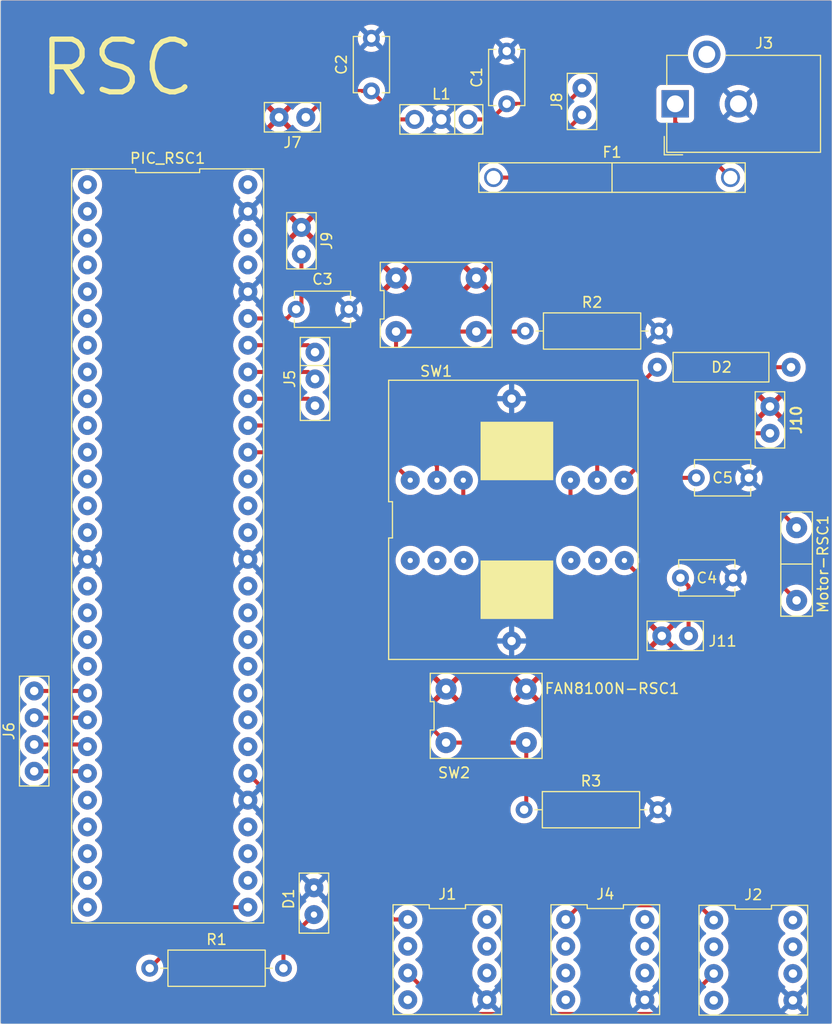
<source format=kicad_pcb>
(kicad_pcb (version 20241229) (generator "pcbnew") (generator_version "9.0")
  (layers (0 "F.Cu" signal) (2 "B.Cu" signal) (13 "F.Paste" user) (15 "B.Paste" user) (5 "F.SilkS" user "F.Silkscreen") (7 "B.SilkS" user "B.Silkscreen") (1 "F.Mask" user) (3 "B.Mask" user) (25 "Edge.Cuts" user))
  (net 0 "")
  (net 1 "+5V")
  (net 2 "GNDREF")
  (net 3 "+9V")
  (net 4 "Net-(D1-A)")
  (net 5 "Net-(D2-K)")
  (net 6 "/REV")
  (net 11 "/HIGH{slash}LOW")
  (net 12 "/STATUS")
  (net 18 "/open analog pin (RA7)")
  (net 19 "/open analog pin (RA5)")
  (net 20 "/open analog pin (RA6)")
  (net 21 "/open digital pin (RD2)")
  (net 22 "/open digital pin (RD3)")
  (net 23 "/open digital pin (RD0)")
  (net 24 "/open digital pin (RD1)")
  (net 25 "/Low Light Signal")
  (net 53 "/FWD")
  (net 59 "Net-(PIC_RSC1-RC0)")
  (net 68 "Net-(F1-Pad1)")
  (net 69 "Net-(FAN8100N-RSC1-OUT2A)")
  (net 70 "Net-(FAN8100N-RSC1-OUT1A)")
  (net 83 "Net-(J7-Pin_2)")
  (net 84 "Net-(J9-Pin_1)")
  (net 85 "Net-(FAN8100N-RSC1-VCC)")
  (net 86 "Net-(D2-A)")
  (net 87 "Net-(J8-Pin_2)")
  (footprint "footprint-library-RSC:Microchip-PIC18F57Q43-RSC" (layer "F.Cu") (at 83.7946 86.4616 -90)
    (property "Reference" "PIC_RSC1" (at -36.79 0 0) (layer "F.SilkS"))
    (property "Value" "~")
    (fp_line (start 35.79 9.12) (end 35.79 -9.119999) (stroke (width 0.12)) (layer "F.SilkS"))
    (fp_line (start -35.79 9.119999) (end 35.79 9.12) (stroke (width 0.12)) (layer "F.SilkS"))
    (fp_line (start -35.79 3.039999) (end -35.79 9.119999) (stroke (width 0.12)) (layer "F.SilkS"))
    (fp_line (start -35.43 3.039999) (end -35.79 3.039999) (stroke (width 0.12)) (layer "F.SilkS"))
    (fp_line (start -35.79 -3.04) (end -35.43 -3.04) (stroke (width 0.12)) (layer "F.SilkS"))
    (fp_line (start -35.43 -3.04) (end -35.43 3.039999) (stroke (width 0.12)) (layer "F.SilkS"))
    (fp_line (start 35.79 -9.119999) (end -35.79 -9.12) (stroke (width 0.12)) (layer "F.SilkS"))
    (fp_line (start -35.79 -9.12) (end -35.79 -3.04) (stroke (width 0.12)) (layer "F.SilkS"))
    (pad "1" thru_hole circle (at -34.29 7.62 270) (size 1.8 1.8) (drill 0.8) (layers "*.Cu" "*.Mask"))
    (pad "2" thru_hole circle (at -31.75 7.62 270) (size 1.8 1.8) (drill 0.8) (layers "*.Cu" "*.Mask"))
    (pad "3" thru_hole circle (at -29.21 7.62 270) (size 1.8 1.8) (drill 0.8) (layers "*.Cu" "*.Mask"))
    (pad "4" thru_hole circle (at -26.67 7.62 270) (size 1.8 1.8) (drill 0.8) (layers "*.Cu" "*.Mask"))
    (pad "5" thru_hole circle (at -24.13 7.62 270) (size 1.8 1.8) (drill 0.8) (layers "*.Cu" "*.Mask"))
    (pad "6" thru_hole circle (at -21.59 7.62 270) (size 1.8 1.8) (drill 0.8) (layers "*.Cu" "*.Mask"))
    (pad "7" thru_hole circle (at -19.05 7.62 270) (size 1.8 1.8) (drill 0.8) (layers "*.Cu" "*.Mask"))
    (pad "8" thru_hole circle (at -16.51 7.62 270) (size 1.8 1.8) (drill 0.8) (layers "*.Cu" "*.Mask"))
    (pad "9" thru_hole circle (at -13.97 7.62 270) (size 1.8 1.8) (drill 0.8) (layers "*.Cu" "*.Mask"))
    (pad "10" thru_hole circle (at -11.43 7.62 270) (size 1.8 1.8) (drill 0.8) (layers "*.Cu" "*.Mask"))
    (pad "11" thru_hole circle (at -8.89 7.62 270) (size 1.8 1.8) (drill 0.8) (layers "*.Cu" "*.Mask"))
    (pad "12" thru_hole circle (at -6.35 7.62 270) (size 1.8 1.8) (drill 0.8) (layers "*.Cu" "*.Mask"))
    (pad "13" thru_hole circle (at -3.81 7.62 270) (size 1.8 1.8) (drill 0.8) (layers "*.Cu" "*.Mask"))
    (pad "14" thru_hole circle (at -1.27 7.62 270) (size 1.8 1.8) (drill 0.8) (layers "*.Cu" "*.Mask"))
    (pad "15" thru_hole circle (at 1.27 7.62 270) (size 1.8 1.8) (drill 0.8) (layers "*.Cu" "*.Mask") (net 2 "GNDREF"))
    (pad "16" thru_hole circle (at 3.81 7.62 270) (size 1.8 1.8) (drill 0.8) (layers "*.Cu" "*.Mask"))
    (pad "17" thru_hole circle (at 6.35 7.62 270) (size 1.8 1.8) (drill 0.8) (layers "*.Cu" "*.Mask"))
    (pad "18" thru_hole circle (at 8.89 7.62 270) (size 1.8 1.8) (drill 0.8) (layers "*.Cu" "*.Mask"))
    (pad "19" thru_hole circle (at 11.43 7.62 270) (size 1.8 1.8) (drill 0.8) (layers "*.Cu" "*.Mask"))
    (pad "20" thru_hole circle (at 13.97 7.62 270) (size 1.8 1.8) (drill 0.8) (layers "*.Cu" "*.Mask") (net 23 "/open digital pin (RD0)"))
    (pad "21" thru_hole circle (at 16.51 7.62 270) (size 1.8 1.8) (drill 0.8) (layers "*.Cu" "*.Mask") (net 24 "/open digital pin (RD1)"))
    (pad "22" thru_hole circle (at 19.05 7.62 270) (size 1.8 1.8) (drill 0.8) (layers "*.Cu" "*.Mask") (net 21 "/open digital pin (RD2)"))
    (pad "23" thru_hole circle (at 21.59 7.62 270) (size 1.8 1.8) (drill 0.8) (layers "*.Cu" "*.Mask") (net 22 "/open digital pin (RD3)"))
    (pad "24" thru_hole circle (at 24.13 7.62 270) (size 1.8 1.8) (drill 0.8) (layers "*.Cu" "*.Mask"))
    (pad "25" thru_hole circle (at 26.67 7.62 270) (size 1.8 1.8) (drill 0.8) (layers "*.Cu" "*.Mask"))
    (pad "26" thru_hole circle (at 29.21 7.62 270) (size 1.8 1.8) (drill 0.8) (layers "*.Cu" "*.Mask"))
    (pad "27" thru_hole circle (at 31.75 7.62 270) (size 1.8 1.8) (drill 0.8) (layers "*.Cu" "*.Mask"))
    (pad "28" thru_hole circle (at 34.29 7.62 270) (size 1.8 1.8) (drill 0.8) (layers "*.Cu" "*.Mask"))
    (pad "29" thru_hole circle (at 34.29 -7.62 270) (size 1.8 1.8) (drill 0.8) (layers "*.Cu" "*.Mask") (net 59 "Net-(PIC_RSC1-RC0)"))
    (pad "30" thru_hole circle (at 31.75 -7.62 270) (size 1.8 1.8) (drill 0.8) (layers "*.Cu" "*.Mask"))
    (pad "31" thru_hole circle (at 29.21 -7.62 270) (size 1.8 1.8) (drill 0.8) (layers "*.Cu" "*.Mask"))
    (pad "32" thru_hole circle (at 26.67 -7.62 270) (size 1.8 1.8) (drill 0.8) (layers "*.Cu" "*.Mask"))
    (pad "33" thru_hole circle (at 24.13 -7.62 270) (size 1.8 1.8) (drill 0.8) (layers "*.Cu" "*.Mask") (net 2 "GNDREF"))
    (pad "34" thru_hole circle (at 21.59 -7.62 270) (size 1.8 1.8) (drill 0.8) (layers "*.Cu" "*.Mask") (net 11 "/HIGH{slash}LOW"))
    (pad "35" thru_hole circle (at 19.05 -7.62 270) (size 1.8 1.8) (drill 0.8) (layers "*.Cu" "*.Mask"))
    (pad "36" thru_hole circle (at 16.51 -7.62 270) (size 1.8 1.8) (drill 0.8) (layers "*.Cu" "*.Mask"))
    (pad "37" thru_hole circle (at 13.97 -7.62 270) (size 1.8 1.8) (drill 0.8) (layers "*.Cu" "*.Mask"))
    (pad "38" thru_hole circle (at 11.43 -7.62 270) (size 1.8 1.8) (drill 0.8) (layers "*.Cu" "*.Mask"))
    (pad "39" thru_hole circle (at 8.89 -7.62 270) (size 1.8 1.8) (drill 0.8) (layers "*.Cu" "*.Mask"))
    (pad "40" thru_hole circle (at 6.35 -7.62 270) (size 1.8 1.8) (drill 0.8) (layers "*.Cu" "*.Mask"))
    (pad "41" thru_hole circle (at 3.81 -7.62 270) (size 1.8 1.8) (drill 0.8) (layers "*.Cu" "*.Mask"))
    (pad "42" thru_hole circle (at 1.27 -7.62 270) (size 1.8 1.8) (drill 0.8) (layers "*.Cu" "*.Mask") (net 2 "GNDREF"))
    (pad "43" thru_hole circle (at -1.27 -7.62 270) (size 1.8 1.8) (drill 0.8) (layers "*.Cu" "*.Mask"))
    (pad "44" thru_hole circle (at -3.81 -7.62 270) (size 1.8 1.8) (drill 0.8) (layers "*.Cu" "*.Mask"))
    (pad "45" thru_hole circle (at -6.35 -7.62 270) (size 1.8 1.8) (drill 0.8) (layers "*.Cu" "*.Mask"))
    (pad "46" thru_hole circle (at -8.89 -7.62 270) (size 1.8 1.8) (drill 0.8) (layers "*.Cu" "*.Mask") (net 6 "/REV"))
    (pad "47" thru_hole circle (at -11.43 -7.62 270) (size 1.8 1.8) (drill 0.8) (layers "*.Cu" "*.Mask") (net 53 "/FWD"))
    (pad "48" thru_hole circle (at -13.97 -7.62 270) (size 1.8 1.8) (drill 0.8) (layers "*.Cu" "*.Mask") (net 19 "/open analog pin (RA5)"))
    (pad "49" thru_hole circle (at -16.51 -7.62 270) (size 1.8 1.8) (drill 0.8) (layers "*.Cu" "*.Mask") (net 20 "/open analog pin (RA6)"))
    (pad "50" thru_hole circle (at -19.05 -7.62 270) (size 1.8 1.8) (drill 0.8) (layers "*.Cu" "*.Mask") (net 18 "/open analog pin (RA7)"))
    (pad "51" thru_hole circle (at -21.59 -7.62 270) (size 1.8 1.8) (drill 0.8) (layers "*.Cu" "*.Mask") (net 84 "Net-(J9-Pin_1)"))
    (pad "52" thru_hole circle (at -24.13 -7.62 270) (size 1.8 1.8) (drill 0.8) (layers "*.Cu" "*.Mask") (net 2 "GNDREF"))
    (pad "53" thru_hole circle (at -26.67 -7.62 270) (size 1.8 1.8) (drill 0.8) (layers "*.Cu" "*.Mask"))
    (pad "54" thru_hole circle (at -29.21 -7.62 270) (size 1.8 1.8) (drill 0.8) (layers "*.Cu" "*.Mask"))
    (pad "55" thru_hole circle (at -31.75 -7.62 270) (size 1.8 1.8) (drill 0.8) (layers "*.Cu" "*.Mask") (net 2 "GNDREF"))
    (pad "56" thru_hole circle (at -34.29 -7.62 270) (size 1.8 1.8) (drill 0.8) (layers "*.Cu" "*.Mask"))
  )
  (footprint "footprint_library_RSC:Diode-RSC(egr304)" (layer "F.Cu") (at 136.4 69.5)
    (property "Reference" "D2" (at 0 0 0) (layer "F.SilkS"))
    (property "Value" "D_Small" (hide yes))
    (fp_line (start -4.6 -1.4) (end 4.5 -1.4) (stroke (width 0.12)) (layer "F.SilkS"))
    (fp_line (start -4.6 1.4) (end -4.6 -1.4) (stroke (width 0.12)) (layer "F.SilkS"))
    (fp_line (start 4.5 -1.4) (end 4.5 1.4) (stroke (width 0.12)) (layer "F.SilkS"))
    (fp_line (start 4.5 1.4) (end -4.6 1.4) (stroke (width 0.12)) (layer "F.SilkS"))
    (pad "1" thru_hole circle (at -6.1 0) (size 1.8 1.8) (drill 0.8) (layers "*.Cu" "*.Mask") (net 5 "Net-(D2-K)"))
    (pad "2" thru_hole circle (at 6.6 0) (size 1.8 1.8) (drill 0.8) (layers "*.Cu" "*.Mask") (net 86 "Net-(D2-A)"))
  )
  (footprint "Connector_BarrelJack:BarrelJack_CUI_PJ-102AH_Horizontal" (layer "F.Cu") (at 132 44.5 90)
    (property "Reference" "J3" (at 5.75 8.45 0) (layer "F.SilkS"))
    (property "Value" "Barrel_Jack_Switch_RSC")
    (fp_line (start -4.84 -1.04) (end -3.1 -1.04) (stroke (width 0.12)) (layer "F.SilkS"))
    (fp_line (start 4.6 -0.8) (end 4.6 1.2) (stroke (width 0.12)) (layer "F.SilkS"))
    (fp_line (start 1.8 -0.8) (end 4.6 -0.8) (stroke (width 0.12)) (layer "F.SilkS"))
    (fp_line (start -4.6 -0.8) (end -1.8 -0.8) (stroke (width 0.12)) (layer "F.SilkS"))
    (fp_line (start -4.84 0.7) (end -4.84 -1.04) (stroke (width 0.12)) (layer "F.SilkS"))
    (fp_line (start 4.6 4.8) (end 4.6 13.8) (stroke (width 0.12)) (layer "F.SilkS"))
    (fp_line (start 4.6 13.8) (end -4.6 13.8) (stroke (width 0.12)) (layer "F.SilkS"))
    (fp_line (start -4.6 13.8) (end -4.6 -0.8) (stroke (width 0.12)) (layer "F.SilkS"))
    (pad "1" thru_hole rect (at 0 0 90) (size 2.6 2.6) (drill 1.6) (layers "*.Cu" "*.Mask") (net 68 "Net-(F1-Pad1)"))
    (pad "2" thru_hole circle (at 0 6 90) (size 2.6 2.6) (drill 1.6) (layers "*.Cu" "*.Mask") (net 2 "GNDREF"))
    (pad "3" thru_hole circle (at 4.7 3 90) (size 2.6 2.6) (drill 1.6) (layers "*.Cu" "*.Mask"))
  )
  (footprint "footprint-library-RSC:conn_01x03-RSC" (layer "F.Cu") (at 97.79 70.612 -90)
    (property "Reference" "J5" (at 0 2.4 90) (layer "F.SilkS"))
    (property "Value" "Conn_01x03")
    (fp_line (start -3.94 1.4) (end -3.94 -1.4) (stroke (width 0.12)) (layer "F.SilkS"))
    (fp_line (start 3.94 1.4) (end -3.94 1.4) (stroke (width 0.12)) (layer "F.SilkS"))
    (fp_line (start -3.94 -1.4) (end 3.94 -1.4) (stroke (width 0.12)) (layer "F.SilkS"))
    (fp_line (start -1.27 -1.4) (end -1.27 1.4) (stroke (width 0.12)) (layer "F.SilkS"))
    (fp_line (start 3.94 -1.4) (end 3.94 1.4) (stroke (width 0.12)) (layer "F.SilkS"))
    (pad "1" thru_hole circle (at -2.54 0 270) (size 1.8 1.8) (drill 0.8) (layers "*.Cu" "*.Mask") (net 18 "/open analog pin (RA7)"))
    (pad "2" thru_hole circle (at 0 0 270) (size 1.8 1.8) (drill 0.8) (layers "*.Cu" "*.Mask") (net 20 "/open analog pin (RA6)"))
    (pad "3" thru_hole circle (at 2.54 0 270) (size 1.8 1.8) (drill 0.8) (layers "*.Cu" "*.Mask") (net 19 "/open analog pin (RA5)"))
  )
  (footprint "Capacitor_THT:C_Disc_D5.1mm_W3.2mm_P5.00mm" (layer "F.Cu") (at 96 64)
    (property "Reference" "C3" (at 2.5 -2.85 0) (layer "F.SilkS"))
    (property "Value" "1uF")
    (fp_line (start -0.17 -1.72) (end 5.17 -1.72) (stroke (width 0.12)) (layer "F.SilkS"))
    (fp_line (start -0.17 -1.026) (end -0.17 -1.72) (stroke (width 0.12)) (layer "F.SilkS"))
    (fp_line (start -0.17 1.72) (end -0.17 1.026) (stroke (width 0.12)) (layer "F.SilkS"))
    (fp_line (start 5.17 -1.72) (end 5.17 -1.026) (stroke (width 0.12)) (layer "F.SilkS"))
    (fp_line (start 5.17 1.026) (end 5.17 1.72) (stroke (width 0.12)) (layer "F.SilkS"))
    (fp_line (start 5.17 1.72) (end -0.17 1.72) (stroke (width 0.12)) (layer "F.SilkS"))
    (pad "1" thru_hole circle (at 0 0) (size 1.6 1.6) (drill 0.8) (layers "*.Cu" "*.Mask") (net 84 "Net-(J9-Pin_1)"))
    (pad "2" thru_hole circle (at 5 0) (size 1.6 1.6) (drill 0.8) (layers "*.Cu" "*.Mask") (net 2 "GNDREF"))
  )
  (footprint "footprint_library_RSC:LM7805T - RSC" (layer "F.Cu") (at 109.7892 45.98 180)
    (property "Reference" "L1" (at 0 2.4 180) (layer "F.SilkS"))
    (property "Value" "LM7805_RSC")
    (fp_line (start 3.94 1.4) (end -3.94 1.4) (stroke (width 0.12)) (layer "F.SilkS"))
    (fp_line (start 3.94 -1.4) (end 3.94 1.4) (stroke (width 0.12)) (layer "F.SilkS"))
    (fp_line (start -1.27 -1.4) (end -1.27 1.4) (stroke (width 0.12)) (layer "F.SilkS"))
    (fp_line (start -3.94 1.4) (end -3.94 -1.4) (stroke (width 0.12)) (layer "F.SilkS"))
    (fp_line (start -3.94 -1.4) (end 3.94 -1.4) (stroke (width 0.12)) (layer "F.SilkS"))
    (pad "1" thru_hole circle (at -2.54 0 180) (size 1.8 1.8) (drill 1) (layers "*.Cu" "*.Mask") (net 3 "+9V"))
    (pad "2" thru_hole circle (at 0 0 180) (size 1.8 1.8) (drill 1) (layers "*.Cu" "*.Mask") (net 2 "GNDREF"))
    (pad "3" thru_hole circle (at 2.54 0 180) (size 1.8 1.8) (drill 1) (layers "*.Cu" "*.Mask") (net 83 "Net-(J7-Pin_2)"))
  )
  (footprint "Capacitor_THT:C_Disc_D5.1mm_W3.2mm_P5.00mm" (layer "F.Cu") (at 134 80)
    (property "Reference" "C5" (at 2.5 0 0) (layer "F.SilkS"))
    (property "Value" "0.1uF")
    (fp_line (start -0.17 -1.72) (end 5.17 -1.72) (stroke (width 0.12)) (layer "F.SilkS"))
    (fp_line (start -0.17 -1.026) (end -0.17 -1.72) (stroke (width 0.12)) (layer "F.SilkS"))
    (fp_line (start -0.17 1.72) (end -0.17 1.026) (stroke (width 0.12)) (layer "F.SilkS"))
    (fp_line (start 5.17 -1.72) (end 5.17 -1.026) (stroke (width 0.12)) (layer "F.SilkS"))
    (fp_line (start 5.17 1.026) (end 5.17 1.72) (stroke (width 0.12)) (layer "F.SilkS"))
    (fp_line (start 5.17 1.72) (end -0.17 1.72) (stroke (width 0.12)) (layer "F.SilkS"))
    (pad "1" thru_hole circle (at 0 0) (size 1.6 1.6) (drill 0.8) (layers "*.Cu" "*.Mask") (net 86 "Net-(D2-A)"))
    (pad "2" thru_hole circle (at 5 0) (size 1.6 1.6) (drill 0.8) (layers "*.Cu" "*.Mask") (net 2 "GNDREF"))
  )
  (footprint "footprint-library-RSC:conn_01x04-RSC" (layer "F.Cu") (at 71.12 104.0384)
    (property "Reference" "J6" (at -2.4 0 270) (layer "F.SilkS"))
    (property "Value" "Conn_01x04")
    (fp_line (start -1.4 -5.21) (end 1.4 -5.21) (stroke (width 0.12)) (layer "F.SilkS"))
    (fp_line (start -1.4 5.21) (end -1.4 -5.21) (stroke (width 0.12)) (layer "F.SilkS"))
    (fp_line (start 1.4 -5.21) (end 1.4 5.21) (stroke (width 0.12)) (layer "F.SilkS"))
    (fp_line (start 1.4 5.21) (end -1.4 5.21) (stroke (width 0.12)) (layer "F.SilkS"))
    (pad "1" thru_hole circle (at 0 -3.81 270) (size 1.8 1.8) (drill 0.8) (layers "*.Cu" "*.Mask") (net 23 "/open digital pin (RD0)"))
    (pad "2" thru_hole circle (at 0 -1.27 270) (size 1.8 1.8) (drill 0.8) (layers "*.Cu" "*.Mask") (net 24 "/open digital pin (RD1)"))
    (pad "3" thru_hole circle (at 0 1.27 270) (size 1.8 1.8) (drill 0.8) (layers "*.Cu" "*.Mask") (net 21 "/open digital pin (RD2)"))
    (pad "4" thru_hole circle (at 0 3.81 270) (size 1.8 1.8) (drill 0.8) (layers "*.Cu" "*.Mask") (net 22 "/open digital pin (RD3)"))
  )
  (footprint "Resistor_THT:R_Axial_DIN0309_L9.0mm_D3.2mm_P12.70mm_Horizontal" (layer "F.Cu") (at 117.7544 66.0654)
    (property "Reference" "R2" (at 6.35 -2.72 0) (layer "F.SilkS"))
    (property "Value" "10k - 2.5mW")
    (fp_line (start 1.04 0) (end 1.73 0) (stroke (width 0.12)) (layer "F.SilkS"))
    (fp_line (start 11.66 0) (end 10.97 0) (stroke (width 0.12)) (layer "F.SilkS"))
    (fp_rect (start 1.73 -1.72) (end 10.97 1.72) (stroke (width 0.12)) (fill no) (layer "F.SilkS"))
    (pad "1" thru_hole circle (at 0 0) (size 1.6 1.6) (drill 0.8) (layers "*.Cu" "*.Mask") (net 53 "/FWD"))
    (pad "2" thru_hole circle (at 12.7 0) (size 1.6 1.6) (drill 0.8) (layers "*.Cu" "*.Mask") (net 2 "GNDREF"))
  )
  (footprint "footprint-library-RSC:8_pin_ribbon_connector" (layer "F.Cu") (at 125.3604 125.73)
    (property "Reference" "J4" (at 0 -6.21 0) (layer "F.SilkS"))
    (property "Value" "Conn_02x04_Odd_Even")
    (fp_line (start -5.16 -5.21) (end -5.16 5.21) (stroke (width 0.12)) (layer "F.SilkS"))
    (fp_line (start -5.16 5.21) (end 5.16 5.21) (stroke (width 0.12)) (layer "F.SilkS"))
    (fp_line (start -1.719999 -5.21) (end -5.16 -5.21) (stroke (width 0.12)) (layer "F.SilkS"))
    (fp_line (start -1.719999 -4.85) (end -1.719999 -5.21) (stroke (width 0.12)) (layer "F.SilkS"))
    (fp_line (start 1.72 -5.21) (end 1.72 -4.85) (stroke (width 0.12)) (layer "F.SilkS"))
    (fp_line (start 1.72 -4.85) (end -1.719999 -4.85) (stroke (width 0.12)) (layer "F.SilkS"))
    (fp_line (start 5.16 -5.21) (end 1.72 -5.21) (stroke (width 0.12)) (layer "F.SilkS"))
    (fp_line (start 5.16 5.21) (end 5.16 -5.21) (stroke (width 0.12)) (layer "F.SilkS"))
    (pad "1" thru_hole circle (at -3.76 -3.81 270) (size 1.8 1.8) (drill 0.8) (layers "*.Cu" "*.Mask") (net 25 "/Low Light Signal"))
    (pad "2" thru_hole circle (at 3.76 -3.81 270) (size 1.8 1.8) (drill 0.8) (layers "*.Cu" "*.Mask"))
    (pad "3" thru_hole circle (at -3.76 -1.27 270) (size 1.8 1.8) (drill 0.8) (layers "*.Cu" "*.Mask"))
    (pad "4" thru_hole circle (at 3.76 -1.27 270) (size 1.8 1.8) (drill 0.8) (layers "*.Cu" "*.Mask"))
    (pad "5" thru_hole circle (at -3.76 1.27 270) (size 1.8 1.8) (drill 0.8) (layers "*.Cu" "*.Mask"))
    (pad "6" thru_hole circle (at 3.76 1.27 270) (size 1.8 1.8) (drill 0.8) (layers "*.Cu" "*.Mask"))
    (pad "7" thru_hole circle (at -3.76 3.81) (size 1.8 1.8) (drill 0.8) (layers "*.Cu" "*.Mask"))
    (pad "8" thru_hole circle (at 3.76 3.81 270) (size 1.8 1.8) (drill 0.8) (layers "*.Cu" "*.Mask") (net 2 "GNDREF"))
  )
  (footprint "footprint-library-RSC:header-RSC(egr304)" (layer "F.Cu") (at 141 74.5 -90)
    (property "Reference" "J10" (at 0 -2.5 90) (layer "F.SilkS") (effects (font (thickness 0.2) (bold yes))))
    (property "Value" "Conn_01x02")
    (fp_line (start -2.67 1.4) (end -2.67 -1.4) (stroke (width 0.12)) (layer "F.SilkS"))
    (fp_line (start 2.67 1.4) (end -2.67 1.4) (stroke (width 0.12)) (layer "F.SilkS"))
    (fp_line (start -2.67 -1.4) (end 2.67 -1.4) (stroke (width 0.12)) (layer "F.SilkS"))
    (fp_line (start 2.67 -1.4) (end 2.67 1.4) (stroke (width 0.12)) (layer "F.SilkS"))
    (pad "1" thru_hole circle (at -1.27 0 270) (size 1.8 1.8) (drill 0.8) (layers "*.Cu" "*.Mask") (net 1 "+5V"))
    (pad "2" thru_hole circle (at 1.27 0 270) (size 1.8 1.8) (drill 0.8) (layers "*.Cu" "*.Mask") (net 86 "Net-(D2-A)"))
  )
  (footprint "Capacitor_THT:C_Disc_D5.1mm_W3.2mm_P5.00mm" (layer "F.Cu") (at 116 44.5 90)
    (property "Reference" "C1" (at 2.5 -2.85 90) (layer "F.SilkS"))
    (property "Value" ".33uF")
    (fp_line (start 5.17 -1.72) (end 5.17 -1.026) (stroke (width 0.12)) (layer "F.SilkS"))
    (fp_line (start -0.17 -1.72) (end 5.17 -1.72) (stroke (width 0.12)) (layer "F.SilkS"))
    (fp_line (start -0.17 -1.026) (end -0.17 -1.72) (stroke (width 0.12)) (layer "F.SilkS"))
    (fp_line (start 5.17 1.026) (end 5.17 1.72) (stroke (width 0.12)) (layer "F.SilkS"))
    (fp_line (start 5.17 1.72) (end -0.17 1.72) (stroke (width 0.12)) (layer "F.SilkS"))
    (fp_line (start -0.17 1.72) (end -0.17 1.026) (stroke (width 0.12)) (layer "F.SilkS"))
    (pad "1" thru_hole circle (at 0 0 90) (size 1.6 1.6) (drill 0.8) (layers "*.Cu" "*.Mask") (net 3 "+9V"))
    (pad "2" thru_hole circle (at 5 0 90) (size 1.6 1.6) (drill 0.8) (layers "*.Cu" "*.Mask") (net 2 "GNDREF"))
  )
  (footprint "footprint-library-RSC:FAN8100N - RSC" (layer "F.Cu") (at 116.46395 83.98555)
    (property "Reference" "FAN8100N-RSC1" (at 9.53605 16.01445 0) (layer "F.SilkS"))
    (property "Value" "~")
    (fp_line (start -11.68 -13.25) (end -11.68 -1.72) (stroke (width 0.12)) (layer "F.SilkS"))
    (fp_line (start -11.68 -1.72) (end -11.32 -1.72) (stroke (width 0.12)) (layer "F.SilkS"))
    (fp_line (start -11.68 1.719999) (end -11.68 13.249999) (stroke (width 0.12)) (layer "F.SilkS"))
    (fp_line (start -11.68 13.249999) (end 12 13.25) (stroke (width 0.12)) (layer "F.SilkS"))
    (fp_line (start -11.32 -1.72) (end -11.32 1.719999) (stroke (width 0.12)) (layer "F.SilkS"))
    (fp_line (start -11.32 1.719999) (end -11.68 1.719999) (stroke (width 0.12)) (layer "F.SilkS"))
    (fp_line (start 12 -13.249999) (end -11.68 -13.25) (stroke (width 0.12)) (layer "F.SilkS"))
    (fp_line (start 12 13.25) (end 12 -13.249999) (stroke (width 0.12)) (layer "F.SilkS"))
    (pad "1" thru_hole circle (at -9.63 3.86) (size 1.8 1.8) (drill 0.5) (layers "*.Cu" "*.Mask"))
    (pad "2" thru_hole circle (at -7.09 3.86) (size 1.8 1.8) (drill 0.5) (layers "*.Cu" "*.Mask"))
    (pad "3" thru_hole circle (at -4.55 3.86) (size 1.8 1.8) (drill 0.5) (layers "*.Cu" "*.Mask"))
    (pad "4" thru_hole circle (at 5.63 3.86) (size 1.8 1.8) (drill 0.5) (layers "*.Cu" "*.Mask"))
    (pad "5" thru_hole circle (at 8.17 3.86) (size 1.8 1.8) (drill 0.5) (layers "*.Cu" "*.Mask"))
    (pad "6" thru_hole circle (at 10.71 3.86) (size 1.8 1.8) (drill 0.5) (layers "*.Cu" "*.Mask") (net 85 "Net-(FAN8100N-RSC1-VCC)"))
    (pad "7" thru_hole circle (at 10.67 -3.76) (size 1.8 1.8) (drill 0.5) (layers "*.Cu" "*.Mask") (net 86 "Net-(D2-A)"))
    (pad "8" thru_hole circle (at 8.13 -3.76) (size 1.8 1.8) (drill 0.5) (layers "*.Cu" "*.Mask") (net 5 "Net-(D2-K)"))
    (pad "9" thru_hole circle (at 5.59 -3.76) (size 1.8 1.8) (drill 0.5) (layers "*.Cu" "*.Mask") (net 70 "Net-(FAN8100N-RSC1-OUT1A)"))
    (pad "10" thru_hole circle (at -4.59 -3.76) (size 1.8 1.8) (drill 0.5) (layers "*.Cu" "*.Mask") (net 69 "Net-(FAN8100N-RSC1-OUT2A)"))
    (pad "11" thru_hole circle (at -7.09 -3.76) (size 1.8 1.8) (drill 0.5) (layers "*.Cu" "*.Mask") (net 53 "/FWD"))
    (pad "12" thru_hole circle (at -9.63 -3.76) (size 1.8 1.8) (drill 0.5) (layers "*.Cu" "*.Mask") (net 6 "/REV"))
    (pad "FIN" smd rect (at 0.5 -6.535) (size 6.9 5.55) (layers "F.Cu" "F.SilkS") (net 2 "GNDREF"))
    (pad "FIN" smd rect (at 0.5 6.635 180) (size 6.9 5.55) (layers "F.Cu" "F.SilkS") (net 2 "GNDREF"))
    (pad "FIN2" thru_hole circle (at 0 -11.5) (size 1.8 1.8) (drill 0.8) (layers "*.Cu" "*.Mask") (net 2 "GNDREF"))
    (pad "FIN2" thru_hole circle (at 0 11.5) (size 1.8 1.8) (drill 0.8) (layers "*.Cu" "*.Mask") (net 2 "GNDREF"))
  )
  (footprint "Resistor_THT:R_Axial_DIN0309_L9.0mm_D3.2mm_P12.70mm_Horizontal" (layer "F.Cu") (at 82.0928 126.5428)
    (property "Reference" "R1" (at 6.35 -2.72 0) (layer "F.SilkS"))
    (property "Value" "220 - 1/4W")
    (fp_line (start 1.04 0) (end 1.73 0) (stroke (width 0.12)) (layer "F.SilkS"))
    (fp_line (start 11.66 0) (end 10.97 0) (stroke (width 0.12)) (layer "F.SilkS"))
    (fp_rect (start 1.73 -1.72) (end 10.97 1.72) (stroke (width 0.12)) (fill no) (layer "F.SilkS"))
    (pad "1" thru_hole circle (at 0 0) (size 1.6 1.6) (drill 0.8) (layers "*.Cu" "*.Mask") (net 59 "Net-(PIC_RSC1-RC0)"))
    (pad "2" thru_hole circle (at 12.7 0) (size 1.6 1.6) (drill 0.8) (layers "*.Cu" "*.Mask") (net 4 "Net-(D1-A)"))
  )
  (footprint "footprint-library-RSC:switch-RSC(egr304)" (layer "F.Cu") (at 109.2962 63.5762 90)
    (property "Reference" "SW1" (at -6.31 0 0) (layer "F.SilkS"))
    (property "Value" "SW_DPST")
    (fp_line (start 4.04 -5.31) (end 1.346666 -5.31) (stroke (width 0.12)) (layer "F.SilkS"))
    (fp_line (start 1.346666 -5.31) (end 1.346666 -4.95) (stroke (width 0.12)) (layer "F.SilkS"))
    (fp_line (start -1.346666 -5.31) (end -4.039999 -5.31) (stroke (width 0.12)) (layer "F.SilkS"))
    (fp_line (start -4.039999 -5.31) (end -4.04 5.31) (stroke (width 0.12)) (layer "F.SilkS"))
    (fp_line (start 1.346666 -4.95) (end -1.346666 -4.95) (stroke (width 0.12)) (layer "F.SilkS"))
    (fp_line (start -1.346666 -4.95) (end -1.346666 -5.31) (stroke (width 0.12)) (layer "F.SilkS"))
    (fp_line (start 4.039999 5.31) (end 4.04 -5.31) (stroke (width 0.12)) (layer "F.SilkS"))
    (fp_line (start -4.04 5.31) (end 4.039999 5.31) (stroke (width 0.12)) (layer "F.SilkS"))
    (pad "1" thru_hole circle (at -2.54 3.81) (size 2 2) (drill 0.8) (layers "*.Cu" "*.Mask") (net 53 "/FWD"))
    (pad "2" thru_hole circle (at 2.54 3.81) (size 2 2) (drill 0.8) (layers "*.Cu" "*.Mask") (net 1 "+5V"))
    (pad "3" thru_hole circle (at -2.54 -3.81) (size 2 2) (drill 0.8) (layers "*.Cu" "*.Mask") (net 53 "/FWD"))
    (pad "4" thru_hole circle (at 2.54 -3.81) (size 2 2) (drill 0.8) (layers "*.Cu" "*.Mask") (net 1 "+5V"))
  )
  (footprint "footprint-library-RSC:header-RSC(egr304)" (layer "F.Cu") (at 95.6476 45.7774)
    (property "Reference" "J7" (at 0 2.4 0) (layer "F.SilkS"))
    (property "Value" "Conn_01x02")
    (fp_line (start -2.67 -1.4) (end 2.67 -1.4) (stroke (width 0.12)) (layer "F.SilkS"))
    (fp_line (start -2.67 1.4) (end -2.67 -1.4) (stroke (width 0.12)) (layer "F.SilkS"))
    (fp_line (start 2.67 -1.4) (end 2.67 1.4) (stroke (width 0.12)) (layer "F.SilkS"))
    (fp_line (start 2.67 1.4) (end -2.67 1.4) (stroke (width 0.12)) (layer "F.SilkS"))
    (pad "1" thru_hole circle (at -1.27 0) (size 1.8 1.8) (drill 0.8) (layers "*.Cu" "*.Mask") (net 1 "+5V"))
    (pad "2" thru_hole circle (at 1.27 0) (size 1.8 1.8) (drill 0.8) (layers "*.Cu" "*.Mask") (net 83 "Net-(J7-Pin_2)"))
  )
  (footprint "footprint-library-RSC:8_pin_ribbon_connector" (layer "F.Cu") (at 139.4206 125.7808)
    (property "Reference" "J2" (at 0 -6.21 0) (layer "F.SilkS"))
    (property "Value" "Conn_02x04_Odd_Even")
    (fp_line (start -5.16 -5.21) (end -5.16 5.21) (stroke (width 0.12)) (layer "F.SilkS"))
    (fp_line (start -5.16 5.21) (end 5.16 5.21) (stroke (width 0.12)) (layer "F.SilkS"))
    (fp_line (start -1.719999 -5.21) (end -5.16 -5.21) (stroke (width 0.12)) (layer "F.SilkS"))
    (fp_line (start -1.719999 -4.85) (end -1.719999 -5.21) (stroke (width 0.12)) (layer "F.SilkS"))
    (fp_line (start 1.72 -5.21) (end 1.72 -4.85) (stroke (width 0.12)) (layer "F.SilkS"))
    (fp_line (start 1.72 -4.85) (end -1.719999 -4.85) (stroke (width 0.12)) (layer "F.SilkS"))
    (fp_line (start 5.16 -5.21) (end 1.72 -5.21) (stroke (width 0.12)) (layer "F.SilkS"))
    (fp_line (start 5.16 5.21) (end 5.16 -5.21) (stroke (width 0.12)) (layer "F.SilkS"))
    (pad "1" thru_hole circle (at -3.76 -3.81 270) (size 1.8 1.8) (drill 0.8) (layers "*.Cu" "*.Mask") (net 25 "/Low Light Signal"))
    (pad "2" thru_hole circle (at 3.76 -3.81 270) (size 1.8 1.8) (drill 0.8) (layers "*.Cu" "*.Mask"))
    (pad "3" thru_hole circle (at -3.76 -1.27 270) (size 1.8 1.8) (drill 0.8) (layers "*.Cu" "*.Mask"))
    (pad "4" thru_hole circle (at 3.76 -1.27 270) (size 1.8 1.8) (drill 0.8) (layers "*.Cu" "*.Mask"))
    (pad "5" thru_hole circle (at -3.76 1.27 270) (size 1.8 1.8) (drill 0.8) (layers "*.Cu" "*.Mask") (net 12 "/STATUS"))
    (pad "6" thru_hole circle (at 3.76 1.27 270) (size 1.8 1.8) (drill 0.8) (layers "*.Cu" "*.Mask"))
    (pad "7" thru_hole circle (at -3.76 3.81) (size 1.8 1.8) (drill 0.8) (layers "*.Cu" "*.Mask"))
    (pad "8" thru_hole circle (at 3.76 3.81 270) (size 1.8 1.8) (drill 0.8) (layers "*.Cu" "*.Mask") (net 2 "GNDREF"))
  )
  (footprint "footprint-library-RSC:LED-RSC" (layer "F.Cu") (at 97.6884 119.9642 -90)
    (property "Reference" "D1" (at 0 2.4 90) (layer "F.SilkS"))
    (property "Value" "LED - RED")
    (fp_line (start -2.45 1.4) (end -2.45 -1.4) (stroke (width 0.12)) (layer "F.SilkS"))
    (fp_line (start 3.25 1.4) (end -2.45 1.4) (stroke (width 0.12)) (layer "F.SilkS"))
    (fp_line (start -2.45 -1.4) (end 3.25 -1.4) (stroke (width 0.12)) (layer "F.SilkS"))
    (fp_line (start 3.25 -1.4) (end 3.25 1.4) (stroke (width 0.12)) (layer "F.SilkS"))
    (pad "1" thru_hole circle (at -1.05 0 270) (size 1.8 1.8) (drill 0.6) (layers "*.Cu" "*.Mask") (net 2 "GNDREF"))
    (pad "2" thru_hole circle (at 1.49 0 270) (size 1.8 1.8) (drill 0.6) (layers "*.Cu" "*.Mask") (net 4 "Net-(D1-A)"))
  )
  (footprint "Capacitor_THT:C_Disc_D5.1mm_W3.2mm_P5.00mm" (layer "F.Cu") (at 103.1476 43.2774 90)
    (property "Reference" "C2" (at 2.5 -2.85 90) (layer "F.SilkS"))
    (property "Value" ".1uF")
    (fp_line (start 5.17 -1.72) (end 5.17 -1.026) (stroke (width 0.12)) (layer "F.SilkS"))
    (fp_line (start -0.17 -1.72) (end 5.17 -1.72) (stroke (width 0.12)) (layer "F.SilkS"))
    (fp_line (start -0.17 -1.026) (end -0.17 -1.72) (stroke (width 0.12)) (layer "F.SilkS"))
    (fp_line (start 5.17 1.026) (end 5.17 1.72) (stroke (width 0.12)) (layer "F.SilkS"))
    (fp_line (start 5.17 1.72) (end -0.17 1.72) (stroke (width 0.12)) (layer "F.SilkS"))
    (fp_line (start -0.17 1.72) (end -0.17 1.026) (stroke (width 0.12)) (layer "F.SilkS"))
    (pad "1" thru_hole circle (at 0 0 90) (size 1.6 1.6) (drill 0.8) (layers "*.Cu" "*.Mask") (net 83 "Net-(J7-Pin_2)"))
    (pad "2" thru_hole circle (at 5 0 90) (size 1.6 1.6) (drill 0.8) (layers "*.Cu" "*.Mask") (net 2 "GNDREF"))
  )
  (footprint "footprint-library-RSC:header-RSC(egr304)" (layer "F.Cu") (at 123.1476 44.2774 -90)
    (property "Reference" "J8" (at 0 2.4 90) (layer "F.SilkS"))
    (property "Value" "Conn_01x02")
    (fp_line (start -2.67 1.4) (end -2.67 -1.4) (stroke (width 0.12)) (layer "F.SilkS"))
    (fp_line (start 2.67 1.4) (end -2.67 1.4) (stroke (width 0.12)) (layer "F.SilkS"))
    (fp_line (start -2.67 -1.4) (end 2.67 -1.4) (stroke (width 0.12)) (layer "F.SilkS"))
    (fp_line (start 2.67 -1.4) (end 2.67 1.4) (stroke (width 0.12)) (layer "F.SilkS"))
    (pad "1" thru_hole circle (at -1.27 0 270) (size 1.8 1.8) (drill 0.8) (layers "*.Cu" "*.Mask") (net 3 "+9V"))
    (pad "2" thru_hole circle (at 1.27 0 270) (size 1.8 1.8) (drill 0.8) (layers "*.Cu" "*.Mask") (net 87 "Net-(J8-Pin_2)"))
  )
  (footprint "Capacitor_THT:C_Disc_D5.1mm_W3.2mm_P5.00mm" (layer "F.Cu") (at 132.5 89.5)
    (property "Reference" "C4" (at 2.5 0 0) (layer "F.SilkS"))
    (property "Value" "0.1uF")
    (fp_line (start -0.17 -1.72) (end 5.17 -1.72) (stroke (width 0.12)) (layer "F.SilkS"))
    (fp_line (start -0.17 -1.026) (end -0.17 -1.72) (stroke (width 0.12)) (layer "F.SilkS"))
    (fp_line (start -0.17 1.72) (end -0.17 1.026) (stroke (width 0.12)) (layer "F.SilkS"))
    (fp_line (start 5.17 -1.72) (end 5.17 -1.026) (stroke (width 0.12)) (layer "F.SilkS"))
    (fp_line (start 5.17 1.026) (end 5.17 1.72) (stroke (width 0.12)) (layer "F.SilkS"))
    (fp_line (start 5.17 1.72) (end -0.17 1.72) (stroke (width 0.12)) (layer "F.SilkS"))
    (pad "1" thru_hole circle (at 0 0) (size 1.6 1.6) (drill 0.8) (layers "*.Cu" "*.Mask") (net 85 "Net-(FAN8100N-RSC1-VCC)"))
    (pad "2" thru_hole circle (at 5 0) (size 1.6 1.6) (drill 0.8) (layers "*.Cu" "*.Mask") (net 2 "GNDREF"))
  )
  (footprint "Resistor_THT:R_Axial_DIN0309_L9.0mm_D3.2mm_P12.70mm_Horizontal" (layer "F.Cu") (at 117.65 111.5)
    (property "Reference" "R3" (at 6.35 -2.72 0) (layer "F.SilkS"))
    (property "Value" "10k - 2.5mW")
    (fp_line (start 1.04 0) (end 1.73 0) (stroke (width 0.12)) (layer "F.SilkS"))
    (fp_line (start 11.66 0) (end 10.97 0) (stroke (width 0.12)) (layer "F.SilkS"))
    (fp_rect (start 1.73 -1.72) (end 10.97 1.72) (stroke (width 0.12)) (fill no) (layer "F.SilkS"))
    (pad "1" thru_hole circle (at 0 0) (size 1.6 1.6) (drill 0.8) (layers "*.Cu" "*.Mask") (net 6 "/REV"))
    (pad "2" thru_hole circle (at 12.7 0) (size 1.6 1.6) (drill 0.8) (layers "*.Cu" "*.Mask") (net 2 "GNDREF"))
  )
  (footprint "footprint-library-RSC:MOTOR-RSC(egr304)" (layer "F.Cu") (at 143.52875 88.18255 180)
    (property "Reference" "Motor-RSC1" (at -2.5 0 90) (layer "F.SilkS"))
    (property "Value" "~")
    (fp_line (start 1.5 4.95) (end -1.5 4.95) (stroke (width 0.12)) (layer "F.SilkS"))
    (fp_line (start 1.5 0) (end -1.5 0) (stroke (width 0.12)) (layer "F.SilkS"))
    (fp_line (start 1.5 -4.95) (end 1.5 4.95) (stroke (width 0.12)) (layer "F.SilkS"))
    (fp_line (start -1.5 4.95) (end -1.5 -4.95) (stroke (width 0.12)) (layer "F.SilkS"))
    (fp_line (start -1.5 -4.95) (end 1.5 -4.95) (stroke (width 0.12)) (layer "F.SilkS"))
    (pad "1" thru_hole circle (at 0 -3.45 90) (size 2 2) (drill 0.8) (layers "*.Cu" "*.Mask") (net 69 "Net-(FAN8100N-RSC1-OUT2A)"))
    (pad "2" thru_hole circle (at 0 3.45 90) (size 2 2) (drill 0.8) (layers "*.Cu" "*.Mask") (net 70 "Net-(FAN8100N-RSC1-OUT1A)"))
  )
  (footprint "footprint_library_RSC:8_pin_ribbon_connector" (layer "F.Cu") (at 110.3604 125.73)
    (property "Reference" "J1" (at 0 -6.21 0) (layer "F.SilkS"))
    (property "Value" "Conn_02x04_Odd_Even")
    (fp_line (start -5.16 -5.21) (end -5.16 5.21) (stroke (width 0.12)) (layer "F.SilkS"))
    (fp_line (start -5.16 5.21) (end 5.16 5.21) (stroke (width 0.12)) (layer "F.SilkS"))
    (fp_line (start -1.719999 -5.21) (end -5.16 -5.21) (stroke (width 0.12)) (layer "F.SilkS"))
    (fp_line (start -1.719999 -4.85) (end -1.719999 -5.21) (stroke (width 0.12)) (layer "F.SilkS"))
    (fp_line (start 1.72 -5.21) (end 1.72 -4.85) (stroke (width 0.12)) (layer "F.SilkS"))
    (fp_line (start 1.72 -4.85) (end -1.719999 -4.85) (stroke (width 0.12)) (layer "F.SilkS"))
    (fp_line (start 5.16 -5.21) (end 1.72 -5.21) (stroke (width 0.12)) (layer "F.SilkS"))
    (fp_line (start 5.16 5.21) (end 5.16 -5.21) (stroke (width 0.12)) (layer "F.SilkS"))
    (pad "1" thru_hole circle (at -3.76 -3.81 270) (size 1.8 1.8) (drill 0.8) (layers "*.Cu" "*.Mask") (net 11 "/HIGH{slash}LOW"))
    (pad "2" thru_hole circle (at 3.76 -3.81 270) (size 1.8 1.8) (drill 0.8) (layers "*.Cu" "*.Mask"))
    (pad "3" thru_hole circle (at -3.76 -1.27 270) (size 1.8 1.8) (drill 0.8) (layers "*.Cu" "*.Mask"))
    (pad "4" thru_hole circle (at 3.76 -1.27 270) (size 1.8 1.8) (drill 0.8) (layers "*.Cu" "*.Mask"))
    (pad "5" thru_hole circle (at -3.76 1.27 270) (size 1.8 1.8) (drill 0.8) (layers "*.Cu" "*.Mask") (net 12 "/STATUS"))
    (pad "6" thru_hole circle (at 3.76 1.27 270) (size 1.8 1.8) (drill 0.8) (layers "*.Cu" "*.Mask"))
    (pad "7" thru_hole circle (at -3.76 3.81) (size 1.8 1.8) (drill 0.8) (layers "*.Cu" "*.Mask"))
    (pad "8" thru_hole circle (at 3.76 3.81 270) (size 1.8 1.8) (drill 0.8) (layers "*.Cu" "*.Mask") (net 2 "GNDREF"))
  )
  (footprint "footprint-library-RSC:header-RSC(egr304)" (layer "F.Cu") (at 132 95 180)
    (property "Reference" "J11" (at -4.5 -0.5 0) (layer "F.SilkS"))
    (property "Value" "Conn_01x02")
    (fp_line (start 2.67 1.4) (end -2.67 1.4) (stroke (width 0.12)) (layer "F.SilkS"))
    (fp_line (start 2.67 -1.4) (end 2.67 1.4) (stroke (width 0.12)) (layer "F.SilkS"))
    (fp_line (start -2.67 1.4) (end -2.67 -1.4) (stroke (width 0.12)) (layer "F.SilkS"))
    (fp_line (start -2.67 -1.4) (end 2.67 -1.4) (stroke (width 0.12)) (layer "F.SilkS"))
    (pad "1" thru_hole circle (at -1.27 0 180) (size 1.8 1.8) (drill 0.8) (layers "*.Cu" "*.Mask") (net 85 "Net-(FAN8100N-RSC1-VCC)"))
    (pad "2" thru_hole circle (at 1.27 0 180) (size 1.8 1.8) (drill 0.8) (layers "*.Cu" "*.Mask") (net 1 "+5V"))
  )
  (footprint "footprint-library-RSC:header-RSC(egr304)" (layer "F.Cu") (at 96.5 57.5 90)
    (property "Reference" "J9" (at 0 2.4 90) (layer "F.SilkS"))
    (property "Value" "Conn_01x02")
    (fp_line (start 2.67 -1.4) (end 2.67 1.4) (stroke (width 0.12)) (layer "F.SilkS"))
    (fp_line (start -2.67 -1.4) (end 2.67 -1.4) (stroke (width 0.12)) (layer "F.SilkS"))
    (fp_line (start 2.67 1.4) (end -2.67 1.4) (stroke (width 0.12)) (layer "F.SilkS"))
    (fp_line (start -2.67 1.4) (end -2.67 -1.4) (stroke (width 0.12)) (layer "F.SilkS"))
    (pad "1" thru_hole circle (at -1.27 0 90) (size 1.8 1.8) (drill 0.8) (layers "*.Cu" "*.Mask") (net 84 "Net-(J9-Pin_1)"))
    (pad "2" thru_hole circle (at 1.27 0 90) (size 1.8 1.8) (drill 0.8) (layers "*.Cu" "*.Mask") (net 1 "+5V"))
  )
  (footprint "footprint-library-RSC:switch-RSC(egr304)" (layer "F.Cu") (at 114.046 102.5906 90)
    (property "Reference" "SW2" (at -5.4094 -3.046 0) (layer "F.SilkS"))
    (property "Value" "SW_DPST")
    (fp_line (start 4.04 -5.31) (end 1.346666 -5.31) (stroke (width 0.12)) (layer "F.SilkS"))
    (fp_line (start 1.346666 -5.31) (end 1.346666 -4.95) (stroke (width 0.12)) (layer "F.SilkS"))
    (fp_line (start -1.346666 -5.31) (end -4.039999 -5.31) (stroke (width 0.12)) (layer "F.SilkS"))
    (fp_line (start -4.039999 -5.31) (end -4.04 5.31) (stroke (width 0.12)) (layer "F.SilkS"))
    (fp_line (start 1.346666 -4.95) (end -1.346666 -4.95) (stroke (width 0.12)) (layer "F.SilkS"))
    (fp_line (start -1.346666 -4.95) (end -1.346666 -5.31) (stroke (width 0.12)) (layer "F.SilkS"))
    (fp_line (start 4.039999 5.31) (end 4.04 -5.31) (stroke (width 0.12)) (layer "F.SilkS"))
    (fp_line (start -4.04 5.31) (end 4.039999 5.31) (stroke (width 0.12)) (layer "F.SilkS"))
    (pad "1" thru_hole circle (at -2.54 3.81) (size 2 2) (drill 0.8) (layers "*.Cu" "*.Mask") (net 6 "/REV"))
    (pad "2" thru_hole circle (at 2.54 3.81) (size 2 2) (drill 0.8) (layers "*.Cu" "*.Mask") (net 1 "+5V"))
    (pad "3" thru_hole circle (at -2.54 -3.81) (size 2 2) (drill 0.8) (layers "*.Cu" "*.Mask") (net 6 "/REV"))
    (pad "4" thru_hole circle (at 2.54 -3.81) (size 2 2) (drill 0.8) (layers "*.Cu" "*.Mask") (net 1 "+5V"))
  )
  (footprint "footprint-library-RSC:fuse-RSC(4628 - Keystone Electronics)" (layer "F.Cu") (at 126 51.5 180)
    (property "Reference" "F1" (at 0 2.4 0) (layer "F.SilkS"))
    (property "Value" "1500mA")
    (fp_line (start 12.65 1.4) (end -12.65 1.4) (stroke (width 0.12)) (layer "F.SilkS"))
    (fp_line (start 12.65 -1.4) (end 12.65 1.4) (stroke (width 0.12)) (layer "F.SilkS"))
    (fp_line (start 0 -1.4) (end 0 1.4) (stroke (width 0.12)) (layer "F.SilkS"))
    (fp_line (start -12.65 1.4) (end -12.65 -1.4) (stroke (width 0.12)) (layer "F.SilkS"))
    (fp_line (start -12.65 -1.4) (end 12.65 -1.4) (stroke (width 0.12)) (layer "F.SilkS"))
    (pad "1" thru_hole circle (at -11.25 0 180) (size 1.8 1.8) (drill 1.3) (layers "*.Cu" "*.Mask") (net 68 "Net-(F1-Pad1)"))
    (pad "2" thru_hole circle (at 11.25 0 180) (size 1.8 1.8) (drill 1.3) (layers "*.Cu" "*.Mask") (net 87 "Net-(J8-Pin_2)"))
  )
  (gr_rect (start 67.9196 34.671) (end 146.8882 131.826) (stroke (width 0.05)) (fill no) (layer "Edge.Cuts"))
  (gr_text "RSC" (at 79 44 0) (layer "F.SilkS") (effects (font (size 5 5) (thickness 0.5)) (justify bottom)))
  (segment (start 116.46395 76.95055) (end 116.96395 77.45055) (width 0.381) (layer "F.Cu") (net 2))
  (segment (start 116.46395 91.12055) (end 116.96395 90.62055) (width 0.381) (layer "F.Cu") (net 2))
  (segment (start 121.655 44.5) (end 116 44.5) (width 0.381) (layer "F.Cu") (net 3))
  (segment (start 123.1476 43.0074) (end 121.655 44.5) (width 0.381) (layer "F.Cu") (net 3))
  (segment (start 114.52 45.98) (end 116 44.5) (width 0.381) (layer "F.Cu") (net 3))
  (segment (start 112.3292 45.98) (end 114.52 45.98) (width 0.381) (layer "F.Cu") (net 3))
  (segment (start 94.7928 124.3498) (end 97.6884 121.4542) (width 0.381) (layer "F.Cu") (net 4))
  (segment (start 94.7928 126.5428) (end 94.7928 124.3498) (width 0.381) (layer "F.Cu") (net 4))
  (segment (start 124.59395 75.20605) (end 130.3 69.5) (width 0.381) (layer "F.Cu") (net 5))
  (segment (start 124.59395 80.22555) (end 124.59395 75.20605) (width 0.381) (layer "F.Cu") (net 5))
  (segment (start 91.4146 77.5716) (end 101.2698 77.5716) (width 0.381) (layer "F.Cu") (net 6))
  (segment (start 110.236 105.1306) (end 101.2698 96.1644) (width 0.381) (layer "F.Cu") (net 6))
  (segment (start 117.856 111.294) (end 117.65 111.5) (width 0.381) (layer "F.Cu") (net 6))
  (segment (start 104.18 77.5716) (end 106.83395 80.22555) (width 0.381) (layer "F.Cu") (net 6))
  (segment (start 101.2698 77.5716) (end 104.18 77.5716) (width 0.381) (layer "F.Cu") (net 6))
  (segment (start 101.2698 96.1644) (end 101.2698 77.5716) (width 0.381) (layer "F.Cu") (net 6))
  (segment (start 117.856 105.1306) (end 117.856 111.294) (width 0.381) (layer "F.Cu") (net 6))
  (segment (start 117.856 105.1306) (end 110.236 105.1306) (width 0.381) (layer "F.Cu") (net 6))
  (segment (start 106.6004 121.92) (end 105.283 121.92) (width 0.381) (layer "F.Cu") (net 11))
  (segment (start 105.283 121.92) (end 91.4146 108.0516) (width 0.381) (layer "F.Cu") (net 11))
  (segment (start 106.6004 127) (end 110.4859 130.8855) (width 0.381) (layer "F.Cu") (net 12))
  (segment (start 110.4859 130.8855) (end 131.8259 130.8855) (width 0.381) (layer "F.Cu") (net 12))
  (segment (start 131.8259 130.8855) (end 135.6606 127.0508) (width 0.381) (layer "F.Cu") (net 12))
  (segment (start 91.4146 67.4116) (end 97.1296 67.4116) (width 0.381) (layer "F.Cu") (net 18))
  (segment (start 97.1296 67.4116) (end 97.79 68.072) (width 0.381) (layer "F.Cu") (net 18))
  (segment (start 91.4146 72.4916) (end 97.1296 72.4916) (width 0.381) (layer "F.Cu") (net 19))
  (segment (start 97.1296 72.4916) (end 97.79 73.152) (width 0.381) (layer "F.Cu") (net 19))
  (segment (start 91.4146 69.9516) (end 97.1296 69.9516) (width 0.381) (layer "F.Cu") (net 20))
  (segment (start 97.1296 69.9516) (end 97.79 70.612) (width 0.381) (layer "F.Cu") (net 20))
  (segment (start 75.9714 105.3084) (end 76.1746 105.5116) (width 0.381) (layer "F.Cu") (net 21))
  (segment (start 71.12 105.3084) (end 75.9714 105.3084) (width 0.381) (layer "F.Cu") (net 21))
  (segment (start 75.9714 107.8484) (end 76.1746 108.0516) (width 0.381) (layer "F.Cu") (net 22))
  (segment (start 71.12 107.8484) (end 75.9714 107.8484) (width 0.381) (layer "F.Cu") (net 22))
  (segment (start 71.12 100.2284) (end 75.9714 100.2284) (width 0.381) (layer "F.Cu") (net 23))
  (segment (start 75.9714 100.2284) (end 76.1746 100.4316) (width 0.381) (layer "F.Cu") (net 23))
  (segment (start 75.9714 102.7684) (end 76.1746 102.9716) (width 0.381) (layer "F.Cu") (net 24))
  (segment (start 71.12 102.7684) (end 75.9714 102.7684) (width 0.381) (layer "F.Cu") (net 24))
  (segment (start 122.9459 120.5745) (end 134.2643 120.5745) (width 0.381) (layer "F.Cu") (net 25))
  (segment (start 134.2643 120.5745) (end 135.6606 121.9708) (width 0.381) (layer "F.Cu") (net 25))
  (segment (start 121.6004 121.92) (end 122.9459 120.5745) (width 0.381) (layer "F.Cu") (net 25))
  (segment (start 109.37395 78.87395) (end 109.37395 80.22555) (width 0.381) (layer "F.Cu") (net 53))
  (segment (start 91.4146 75.0316) (end 94.5316 75.0316) (width 0.381) (layer "F.Cu") (net 53))
  (segment (start 106.5 76) (end 109.37395 78.87395) (width 0.381) (layer "F.Cu") (net 53))
  (segment (start 113.1062 66.1162) (end 105.4862 66.1162) (width 0.381) (layer "F.Cu") (net 53))
  (segment (start 94.5316 75.0316) (end 95.5 76) (width 0.381) (layer "F.Cu") (net 53))
  (segment (start 105.4862 66.1162) (end 105.4862 75.9862) (width 0.381) (layer "F.Cu") (net 53))
  (segment (start 105.4862 75.9862) (end 105.5 76) (width 0.381) (layer "F.Cu") (net 53))
  (segment (start 105.5 76) (end 106.5 76) (width 0.381) (layer "F.Cu") (net 53))
  (segment (start 113.1062 66.1162) (end 117.7036 66.1162) (width 0.381) (layer "F.Cu") (net 53))
  (segment (start 117.7036 66.1162) (end 117.7544 66.0654) (width 0.381) (layer "F.Cu") (net 53))
  (segment (start 95.5 76) (end 105.5 76) (width 0.381) (layer "F.Cu") (net 53))
  (segment (start 87.884 120.7516) (end 82.0928 126.5428) (width 0.381) (layer "F.Cu") (net 59))
  (segment (start 91.4146 120.7516) (end 87.884 120.7516) (width 0.381) (layer "F.Cu") (net 59))
  (segment (start 132 46.25) (end 137.25 51.5) (width 0.381) (layer "F.Cu") (net 68))
  (segment (start 132 44.5) (end 132 46.25) (width 0.381) (layer "F.Cu") (net 68))
  (segment (start 136.3962 84.5) (end 143.52875 91.63255) (width 0.381) (layer "F.Cu") (net 69))
  (segment (start 112.5 84.5) (end 136.3962 84.5) (width 0.381) (layer "F.Cu") (net 69))
  (segment (start 111.87395 83.87395) (end 112.5 84.5) (width 0.381) (layer "F.Cu") (net 69))
  (segment (start 111.87395 80.22555) (end 111.87395 83.87395) (width 0.381) (layer "F.Cu") (net 69))
  (segment (start 122.05395 80.22555) (end 122.05395 82.05395) (width 0.381) (layer "F.Cu") (net 70))
  (segment (start 141.7962 83) (end 143.52875 84.73255) (width 0.381) (layer "F.Cu") (net 70))
  (segment (start 123 83) (end 141.7962 83) (width 0.381) (layer "F.Cu") (net 70))
  (segment (start 122.05395 82.05395) (end 123 83) (width 0.381) (layer "F.Cu") (net 70))
  (segment (start 107.2492 45.98) (end 105.8502 45.98) (width 0.381) (layer "F.Cu") (net 83))
  (segment (start 99.4176 43.2774) (end 96.9176 45.7774) (width 0.381) (layer "F.Cu") (net 83))
  (segment (start 103.1476 43.2774) (end 99.4176 43.2774) (width 0.381) (layer "F.Cu") (net 83))
  (segment (start 105.8502 45.98) (end 103.1476 43.2774) (width 0.381) (layer "F.Cu") (net 83))
  (segment (start 91.4146 64.8716) (end 95.1284 64.8716) (width 0.381) (layer "F.Cu") (net 84))
  (segment (start 96 64) (end 96.5 63.5) (width 0.381) (layer "F.Cu") (net 84))
  (segment (start 96.5 63.5) (end 96.5 58.77) (width 0.381) (layer "F.Cu") (net 84))
  (segment (start 95.1284 64.8716) (end 96 64) (width 0.381) (layer "F.Cu") (net 84))
  (segment (start 133.27 95) (end 133.27 92) (width 0.381) (layer "F.Cu") (net 85))
  (segment (start 133.27 92) (end 133.27 90.27) (width 0.381) (layer "F.Cu") (net 85))
  (segment (start 131.3284 92) (end 133.27 92) (width 0.381) (layer "F.Cu") (net 85))
  (segment (start 133.27 90.27) (end 132.5 89.5) (width 0.381) (layer "F.Cu") (net 85))
  (segment (start 127.17395 87.84555) (end 131.3284 92) (width 0.381) (layer "F.Cu") (net 85))
  (segment (start 132.5 80) (end 129.92975 77.42975) (width 0.381) (layer "F.Cu") (net 86))
  (segment (start 137.8595 69.5) (end 131.5895 75.77) (width 0.381) (layer "F.Cu") (net 86))
  (segment (start 131.5895 75.77) (end 129.92975 77.42975) (width 0.381) (layer "F.Cu") (net 86))
  (segment (start 134 80) (end 132.5 80) (width 0.381) (layer "F.Cu") (net 86))
  (segment (start 141 75.77) (end 131.5895 75.77) (width 0.381) (layer "F.Cu") (net 86))
  (segment (start 143 69.5) (end 137.8595 69.5) (width 0.381) (layer "F.Cu") (net 86))
  (segment (start 129.92975 77.42975) (end 127.13395 80.22555) (width 0.381) (layer "F.Cu") (net 86))
  (segment (start 117.195 51.5) (end 114.75 51.5) (width 0.381) (layer "F.Cu") (net 87))
  (segment (start 123.1476 45.5474) (end 117.195 51.5) (width 0.381) (layer "F.Cu") (net 87))
  (zone (net 1) (net_name "+5V") (layer "F.Cu") (connect_pads (clearance 0.5)) (min_thickness 0.25) (fill yes (thermal_gap 0.5) (thermal_bridge_width 0.5))
    (polygon (pts (xy 67.9196 34.671) (xy 146.8882 34.671) (xy 146.8882 131.826) (xy 67.9196 131.826)))
  )
  (zone (net 2) (net_name "GNDREF") (layer "B.Cu") (priority 1) (connect_pads (clearance 0.5)) (min_thickness 0.25) (fill yes (thermal_gap 0.5) (thermal_bridge_width 0.5))
    (polygon (pts (xy 67.9196 34.671) (xy 146.8882 34.671) (xy 146.8882 131.826) (xy 67.9196 131.826)))
  )
)
</source>
